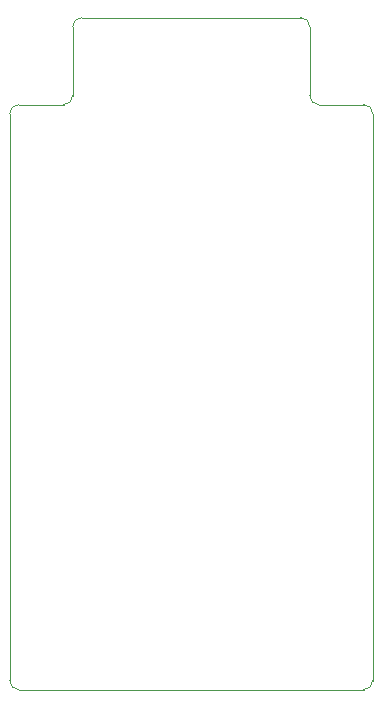
<source format=gm1>
%TF.GenerationSoftware,KiCad,Pcbnew,(5.99.0-11435-g252647e93c)*%
%TF.CreationDate,2021-07-20T11:27:34+10:00*%
%TF.ProjectId,ESP32 Clone devkit,45535033-3220-4436-9c6f-6e6520646576,1*%
%TF.SameCoordinates,Original*%
%TF.FileFunction,Profile,NP*%
%FSLAX46Y46*%
G04 Gerber Fmt 4.6, Leading zero omitted, Abs format (unit mm)*
G04 Created by KiCad (PCBNEW (5.99.0-11435-g252647e93c)) date 2021-07-20 11:27:34*
%MOMM*%
%LPD*%
G01*
G04 APERTURE LIST*
%TA.AperFunction,Profile*%
%ADD10C,0.100000*%
%TD*%
G04 APERTURE END LIST*
D10*
X75057000Y-120015000D02*
G75*
G02*
X74295000Y-119253000I0J762000D01*
G01*
X104267000Y-120015000D02*
G75*
G03*
X105029000Y-119253000I0J762000D01*
G01*
X105029000Y-71247000D02*
G75*
G03*
X104267000Y-70485000I-762000J0D01*
G01*
X100457000Y-70485000D02*
G75*
G02*
X99695000Y-69723000I0J762000D01*
G01*
X98933000Y-63119000D02*
G75*
G02*
X99695000Y-63881000I0J-762000D01*
G01*
X79629000Y-63881000D02*
G75*
G02*
X80391000Y-63119000I762000J0D01*
G01*
X78867000Y-70485000D02*
G75*
G03*
X79629000Y-69723000I0J762000D01*
G01*
X74295000Y-71247000D02*
G75*
G02*
X75057000Y-70485000I762000J0D01*
G01*
X75057000Y-120015000D02*
X104267000Y-120015000D01*
X74295000Y-110871000D02*
X74295000Y-119253000D01*
X74295000Y-98044000D02*
X74295000Y-110871000D01*
X74295000Y-86614000D02*
X74295000Y-98044000D01*
X74295000Y-71247000D02*
X74295000Y-86614000D01*
X78867000Y-70485000D02*
X75057000Y-70485000D01*
X79629000Y-63881000D02*
X79629000Y-69723000D01*
X98933000Y-63119000D02*
X80391000Y-63119000D01*
X99695000Y-69723000D02*
X99695000Y-63881000D01*
X104267000Y-70485000D02*
X100457000Y-70485000D01*
X105029000Y-119253000D02*
X105029000Y-71247000D01*
M02*

</source>
